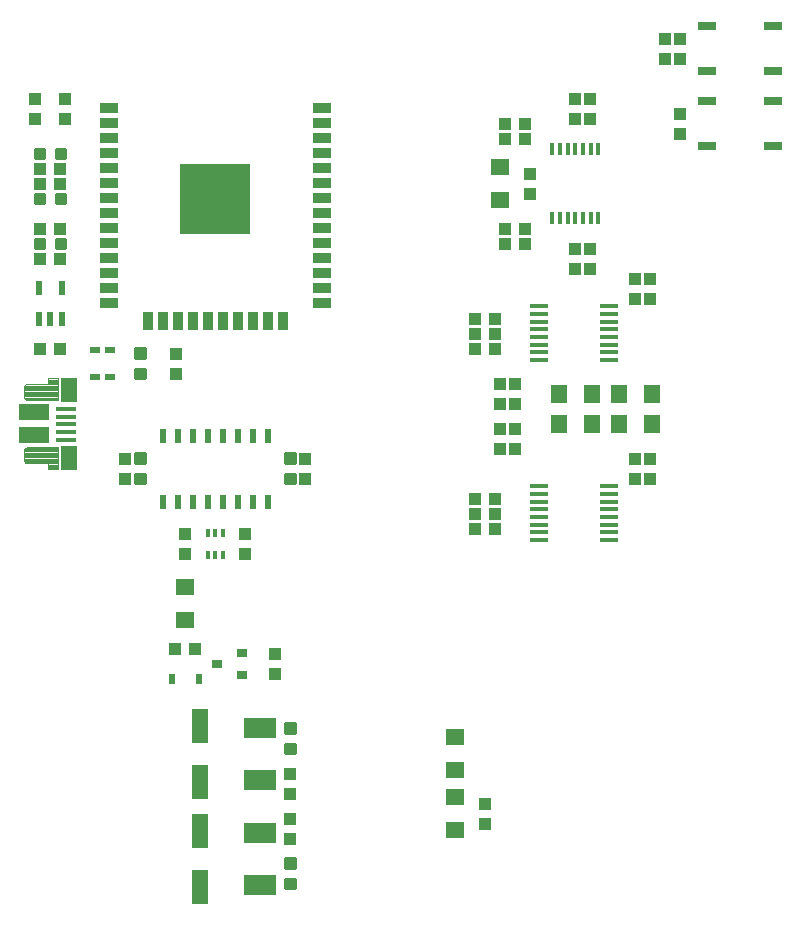
<source format=gtp>
G75*
%MOIN*%
%OFA0B0*%
%FSLAX25Y25*%
%IPPOS*%
%LPD*%
%AMOC8*
5,1,8,0,0,1.08239X$1,22.5*
%
%ADD10R,0.05512X0.11811*%
%ADD11R,0.03937X0.04331*%
%ADD12C,0.01181*%
%ADD13R,0.05748X0.07874*%
%ADD14R,0.09843X0.05610*%
%ADD15C,0.00400*%
%ADD16C,0.00197*%
%ADD17R,0.01181X0.02598*%
%ADD18R,0.06299X0.01575*%
%ADD19R,0.01200X0.03900*%
%ADD20R,0.05906X0.03543*%
%ADD21R,0.03543X0.05906*%
%ADD22R,0.23622X0.23622*%
%ADD23R,0.02362X0.04724*%
%ADD24R,0.10630X0.07087*%
%ADD25R,0.02480X0.03268*%
%ADD26R,0.02165X0.04724*%
%ADD27R,0.04331X0.03937*%
%ADD28R,0.03268X0.02480*%
%ADD29R,0.03543X0.03150*%
%ADD30R,0.05512X0.06299*%
%ADD31R,0.06299X0.05512*%
%ADD32R,0.06000X0.03000*%
D10*
X0093750Y0039301D03*
X0093750Y0058199D03*
X0093750Y0074301D03*
X0093750Y0093199D03*
D11*
X0118750Y0110404D03*
X0118750Y0117096D03*
X0108750Y0150404D03*
X0108750Y0157096D03*
X0088750Y0157096D03*
X0088750Y0150404D03*
X0068750Y0175404D03*
X0068750Y0182096D03*
X0085750Y0210404D03*
X0085750Y0217096D03*
X0128750Y0182096D03*
X0128750Y0175404D03*
X0193750Y0185404D03*
X0198750Y0185404D03*
X0198750Y0192096D03*
X0193750Y0192096D03*
X0193750Y0200404D03*
X0198750Y0200404D03*
X0198750Y0207096D03*
X0193750Y0207096D03*
X0218750Y0245404D03*
X0223750Y0245404D03*
X0223750Y0252096D03*
X0218750Y0252096D03*
X0238750Y0242096D03*
X0243750Y0242096D03*
X0243750Y0235404D03*
X0238750Y0235404D03*
X0203750Y0270404D03*
X0203750Y0277096D03*
X0218750Y0295404D03*
X0223750Y0295404D03*
X0223750Y0302096D03*
X0218750Y0302096D03*
X0248750Y0315404D03*
X0253750Y0315404D03*
X0253750Y0322096D03*
X0248750Y0322096D03*
X0253750Y0297096D03*
X0253750Y0290404D03*
X0243750Y0182096D03*
X0238750Y0182096D03*
X0238750Y0175404D03*
X0243750Y0175404D03*
X0188750Y0067096D03*
X0188750Y0060404D03*
X0123750Y0062096D03*
X0123750Y0055404D03*
X0123750Y0070404D03*
X0123750Y0077096D03*
X0048750Y0295404D03*
X0048750Y0302096D03*
X0038750Y0302096D03*
X0038750Y0295404D03*
D12*
X0041675Y0285128D02*
X0041675Y0282372D01*
X0038919Y0282372D01*
X0038919Y0285128D01*
X0041675Y0285128D01*
X0041675Y0283494D02*
X0038919Y0283494D01*
X0038919Y0284616D02*
X0041675Y0284616D01*
X0048581Y0285128D02*
X0048581Y0282372D01*
X0045825Y0282372D01*
X0045825Y0285128D01*
X0048581Y0285128D01*
X0048581Y0283494D02*
X0045825Y0283494D01*
X0045825Y0284616D02*
X0048581Y0284616D01*
X0048581Y0270128D02*
X0048581Y0267372D01*
X0045825Y0267372D01*
X0045825Y0270128D01*
X0048581Y0270128D01*
X0048581Y0268494D02*
X0045825Y0268494D01*
X0045825Y0269616D02*
X0048581Y0269616D01*
X0041675Y0270128D02*
X0041675Y0267372D01*
X0038919Y0267372D01*
X0038919Y0270128D01*
X0041675Y0270128D01*
X0041675Y0268494D02*
X0038919Y0268494D01*
X0038919Y0269616D02*
X0041675Y0269616D01*
X0038919Y0255128D02*
X0038919Y0252372D01*
X0038919Y0255128D02*
X0041675Y0255128D01*
X0041675Y0252372D01*
X0038919Y0252372D01*
X0038919Y0253494D02*
X0041675Y0253494D01*
X0041675Y0254616D02*
X0038919Y0254616D01*
X0045825Y0255128D02*
X0045825Y0252372D01*
X0045825Y0255128D02*
X0048581Y0255128D01*
X0048581Y0252372D01*
X0045825Y0252372D01*
X0045825Y0253494D02*
X0048581Y0253494D01*
X0048581Y0254616D02*
X0045825Y0254616D01*
X0072372Y0218581D02*
X0075128Y0218581D01*
X0075128Y0215825D01*
X0072372Y0215825D01*
X0072372Y0218581D01*
X0072372Y0216947D02*
X0075128Y0216947D01*
X0075128Y0218069D02*
X0072372Y0218069D01*
X0072372Y0211675D02*
X0075128Y0211675D01*
X0075128Y0208919D01*
X0072372Y0208919D01*
X0072372Y0211675D01*
X0072372Y0210041D02*
X0075128Y0210041D01*
X0075128Y0211163D02*
X0072372Y0211163D01*
X0072372Y0180825D02*
X0075128Y0180825D01*
X0072372Y0180825D02*
X0072372Y0183581D01*
X0075128Y0183581D01*
X0075128Y0180825D01*
X0075128Y0181947D02*
X0072372Y0181947D01*
X0072372Y0183069D02*
X0075128Y0183069D01*
X0075128Y0173919D02*
X0072372Y0173919D01*
X0072372Y0176675D01*
X0075128Y0176675D01*
X0075128Y0173919D01*
X0075128Y0175041D02*
X0072372Y0175041D01*
X0072372Y0176163D02*
X0075128Y0176163D01*
X0122372Y0173919D02*
X0125128Y0173919D01*
X0122372Y0173919D02*
X0122372Y0176675D01*
X0125128Y0176675D01*
X0125128Y0173919D01*
X0125128Y0175041D02*
X0122372Y0175041D01*
X0122372Y0176163D02*
X0125128Y0176163D01*
X0125128Y0180825D02*
X0122372Y0180825D01*
X0122372Y0183581D01*
X0125128Y0183581D01*
X0125128Y0180825D01*
X0125128Y0181947D02*
X0122372Y0181947D01*
X0122372Y0183069D02*
X0125128Y0183069D01*
X0125128Y0093581D02*
X0122372Y0093581D01*
X0125128Y0093581D02*
X0125128Y0090825D01*
X0122372Y0090825D01*
X0122372Y0093581D01*
X0122372Y0091947D02*
X0125128Y0091947D01*
X0125128Y0093069D02*
X0122372Y0093069D01*
X0122372Y0086675D02*
X0125128Y0086675D01*
X0125128Y0083919D01*
X0122372Y0083919D01*
X0122372Y0086675D01*
X0122372Y0085041D02*
X0125128Y0085041D01*
X0125128Y0086163D02*
X0122372Y0086163D01*
X0122372Y0048581D02*
X0125128Y0048581D01*
X0125128Y0045825D01*
X0122372Y0045825D01*
X0122372Y0048581D01*
X0122372Y0046947D02*
X0125128Y0046947D01*
X0125128Y0048069D02*
X0122372Y0048069D01*
X0122372Y0041675D02*
X0125128Y0041675D01*
X0125128Y0038919D01*
X0122372Y0038919D01*
X0122372Y0041675D01*
X0122372Y0040041D02*
X0125128Y0040041D01*
X0125128Y0041163D02*
X0122372Y0041163D01*
D13*
X0049833Y0182333D03*
X0049833Y0205167D03*
D14*
X0038219Y0197539D03*
X0038219Y0189961D03*
D15*
X0036190Y0185944D02*
X0035901Y0185911D01*
X0035626Y0185815D01*
X0035380Y0185660D01*
X0035174Y0185454D01*
X0035019Y0185208D01*
X0034923Y0184933D01*
X0034890Y0184644D01*
X0034890Y0181744D01*
X0034920Y0181477D01*
X0035009Y0181223D01*
X0035152Y0180996D01*
X0035342Y0180805D01*
X0035570Y0180663D01*
X0035823Y0180574D01*
X0036090Y0180544D01*
X0042990Y0180544D01*
X0043028Y0180536D01*
X0043061Y0180514D01*
X0043083Y0180482D01*
X0043090Y0180444D01*
X0043090Y0178544D01*
X0046190Y0178544D01*
X0046190Y0185944D01*
X0036190Y0185944D01*
X0035544Y0185763D02*
X0046190Y0185763D01*
X0046190Y0185365D02*
X0035118Y0185365D01*
X0034934Y0184966D02*
X0046190Y0184966D01*
X0046190Y0184568D02*
X0034890Y0184568D01*
X0034890Y0184169D02*
X0046190Y0184169D01*
X0046190Y0183771D02*
X0034890Y0183771D01*
X0034890Y0183372D02*
X0046190Y0183372D01*
X0046190Y0182974D02*
X0034890Y0182974D01*
X0034890Y0182575D02*
X0046190Y0182575D01*
X0046190Y0182177D02*
X0034890Y0182177D01*
X0034890Y0181778D02*
X0046190Y0181778D01*
X0046190Y0181380D02*
X0034954Y0181380D01*
X0035166Y0180981D02*
X0046190Y0180981D01*
X0046190Y0180583D02*
X0035797Y0180583D01*
X0043090Y0180184D02*
X0046190Y0180184D01*
X0046190Y0179786D02*
X0043090Y0179786D01*
X0043090Y0179387D02*
X0046190Y0179387D01*
X0046190Y0178989D02*
X0043090Y0178989D01*
X0043090Y0178590D02*
X0046190Y0178590D01*
X0046190Y0201607D02*
X0036190Y0201607D01*
X0035901Y0201639D01*
X0035626Y0201736D01*
X0035380Y0201890D01*
X0035174Y0202096D01*
X0035019Y0202343D01*
X0034923Y0202618D01*
X0034890Y0202907D01*
X0034890Y0205807D01*
X0034920Y0206074D01*
X0035009Y0206327D01*
X0035152Y0206555D01*
X0035342Y0206745D01*
X0035570Y0206888D01*
X0035823Y0206977D01*
X0036090Y0207007D01*
X0042990Y0207007D01*
X0043028Y0207014D01*
X0043061Y0207036D01*
X0043083Y0207069D01*
X0043090Y0207107D01*
X0043090Y0209007D01*
X0046190Y0209007D01*
X0046190Y0201607D01*
X0046190Y0201704D02*
X0035717Y0201704D01*
X0035170Y0202102D02*
X0046190Y0202102D01*
X0046190Y0202501D02*
X0034964Y0202501D01*
X0034891Y0202899D02*
X0046190Y0202899D01*
X0046190Y0203298D02*
X0034890Y0203298D01*
X0034890Y0203696D02*
X0046190Y0203696D01*
X0046190Y0204095D02*
X0034890Y0204095D01*
X0034890Y0204493D02*
X0046190Y0204493D01*
X0046190Y0204892D02*
X0034890Y0204892D01*
X0034890Y0205291D02*
X0046190Y0205291D01*
X0046190Y0205689D02*
X0034890Y0205689D01*
X0034925Y0206088D02*
X0046190Y0206088D01*
X0046190Y0206486D02*
X0035109Y0206486D01*
X0035564Y0206885D02*
X0046190Y0206885D01*
X0046190Y0207283D02*
X0043090Y0207283D01*
X0043090Y0207682D02*
X0046190Y0207682D01*
X0046190Y0208080D02*
X0043090Y0208080D01*
X0043090Y0208479D02*
X0046190Y0208479D01*
X0046190Y0208877D02*
X0043090Y0208877D01*
D16*
X0045577Y0199360D02*
X0051975Y0199360D01*
X0051975Y0198376D01*
X0045577Y0198376D01*
X0045577Y0199360D01*
X0045577Y0199301D02*
X0051975Y0199301D01*
X0051975Y0199105D02*
X0045577Y0199105D01*
X0045577Y0198910D02*
X0051975Y0198910D01*
X0051975Y0198715D02*
X0045577Y0198715D01*
X0045577Y0198519D02*
X0051975Y0198519D01*
X0051975Y0196801D02*
X0045577Y0196801D01*
X0045577Y0195817D01*
X0051975Y0195817D01*
X0051975Y0196801D01*
X0051975Y0196761D02*
X0045577Y0196761D01*
X0045577Y0196566D02*
X0051975Y0196566D01*
X0051975Y0196370D02*
X0045577Y0196370D01*
X0045577Y0196175D02*
X0051975Y0196175D01*
X0051975Y0195980D02*
X0045577Y0195980D01*
X0045577Y0194242D02*
X0051975Y0194242D01*
X0051975Y0193258D01*
X0045577Y0193258D01*
X0045577Y0194242D01*
X0045577Y0194221D02*
X0051975Y0194221D01*
X0051975Y0194026D02*
X0045577Y0194026D01*
X0045577Y0193831D02*
X0051975Y0193831D01*
X0051975Y0193635D02*
X0045577Y0193635D01*
X0045577Y0193440D02*
X0051975Y0193440D01*
X0051975Y0191683D02*
X0045577Y0191683D01*
X0045577Y0190699D01*
X0051975Y0190699D01*
X0051975Y0191683D01*
X0051975Y0191682D02*
X0045577Y0191682D01*
X0045577Y0191486D02*
X0051975Y0191486D01*
X0051975Y0191291D02*
X0045577Y0191291D01*
X0045577Y0191096D02*
X0051975Y0191096D01*
X0051975Y0190900D02*
X0045577Y0190900D01*
X0045577Y0190705D02*
X0051975Y0190705D01*
X0051975Y0189124D02*
X0045577Y0189124D01*
X0045577Y0188140D01*
X0051975Y0188140D01*
X0051975Y0189124D01*
X0051975Y0188947D02*
X0045577Y0188947D01*
X0045577Y0188751D02*
X0051975Y0188751D01*
X0051975Y0188556D02*
X0045577Y0188556D01*
X0045577Y0188361D02*
X0051975Y0188361D01*
X0051975Y0188165D02*
X0045577Y0188165D01*
D17*
X0096191Y0157372D03*
X0098750Y0157372D03*
X0101309Y0157372D03*
X0101309Y0150128D03*
X0098750Y0150128D03*
X0096191Y0150128D03*
D18*
X0206742Y0154990D03*
X0206742Y0157549D03*
X0206742Y0160108D03*
X0206742Y0162667D03*
X0206742Y0165226D03*
X0206742Y0167785D03*
X0206742Y0170344D03*
X0206742Y0172904D03*
X0229970Y0172904D03*
X0229970Y0170344D03*
X0229970Y0167785D03*
X0229970Y0165226D03*
X0229970Y0162667D03*
X0229970Y0160108D03*
X0229970Y0157549D03*
X0229970Y0154990D03*
X0229970Y0214990D03*
X0229970Y0217549D03*
X0229970Y0220108D03*
X0229970Y0222667D03*
X0229970Y0225226D03*
X0229970Y0227785D03*
X0229970Y0230344D03*
X0229970Y0232904D03*
X0206742Y0232904D03*
X0206742Y0230344D03*
X0206742Y0227785D03*
X0206742Y0225226D03*
X0206742Y0222667D03*
X0206742Y0220108D03*
X0206742Y0217549D03*
X0206742Y0214990D03*
D19*
X0211073Y0262263D03*
X0213632Y0262263D03*
X0216191Y0262263D03*
X0218750Y0262263D03*
X0221309Y0262263D03*
X0223868Y0262263D03*
X0226427Y0262263D03*
X0226427Y0285237D03*
X0223868Y0285237D03*
X0221309Y0285237D03*
X0218750Y0285237D03*
X0216191Y0285237D03*
X0213632Y0285237D03*
X0211073Y0285237D03*
D20*
X0134183Y0284065D03*
X0134183Y0289065D03*
X0134183Y0294065D03*
X0134183Y0299065D03*
X0134183Y0279065D03*
X0134183Y0274065D03*
X0134183Y0269065D03*
X0134183Y0264065D03*
X0134183Y0259065D03*
X0134183Y0254065D03*
X0134183Y0249065D03*
X0134183Y0244065D03*
X0134183Y0239065D03*
X0134183Y0234065D03*
X0063317Y0234065D03*
X0063317Y0239065D03*
X0063317Y0244065D03*
X0063317Y0249065D03*
X0063317Y0254065D03*
X0063317Y0259065D03*
X0063317Y0264065D03*
X0063317Y0269065D03*
X0063317Y0274065D03*
X0063317Y0279065D03*
X0063317Y0284065D03*
X0063317Y0289065D03*
X0063317Y0294065D03*
X0063317Y0299065D03*
D21*
X0076250Y0228199D03*
X0081250Y0228199D03*
X0086250Y0228199D03*
X0091250Y0228199D03*
X0096250Y0228199D03*
X0101250Y0228199D03*
X0106250Y0228199D03*
X0111250Y0228199D03*
X0116250Y0228199D03*
X0121250Y0228199D03*
D22*
X0098750Y0268750D03*
D23*
X0096250Y0189774D03*
X0091250Y0189774D03*
X0086250Y0189774D03*
X0081250Y0189774D03*
X0101250Y0189774D03*
X0106250Y0189774D03*
X0111250Y0189774D03*
X0116250Y0189774D03*
X0116250Y0167726D03*
X0111250Y0167726D03*
X0106250Y0167726D03*
X0101250Y0167726D03*
X0096250Y0167726D03*
X0091250Y0167726D03*
X0086250Y0167726D03*
X0081250Y0167726D03*
D24*
X0113750Y0092411D03*
X0113750Y0075089D03*
X0113750Y0057411D03*
X0113750Y0040089D03*
D25*
X0093278Y0108750D03*
X0084222Y0108750D03*
D26*
X0047490Y0228631D03*
X0043750Y0228631D03*
X0040010Y0228631D03*
X0040010Y0238869D03*
X0047490Y0238869D03*
D27*
X0047096Y0248750D03*
X0040404Y0248750D03*
X0040404Y0258750D03*
X0047096Y0258750D03*
X0047096Y0273750D03*
X0047096Y0278750D03*
X0040404Y0278750D03*
X0040404Y0273750D03*
X0040404Y0218750D03*
X0047096Y0218750D03*
X0085404Y0118750D03*
X0092096Y0118750D03*
X0185404Y0158750D03*
X0185404Y0163750D03*
X0185404Y0168750D03*
X0192096Y0168750D03*
X0192096Y0163750D03*
X0192096Y0158750D03*
X0192096Y0218750D03*
X0192096Y0223750D03*
X0192096Y0228750D03*
X0185404Y0228750D03*
X0185404Y0223750D03*
X0185404Y0218750D03*
X0195404Y0253750D03*
X0195404Y0258750D03*
X0202096Y0258750D03*
X0202096Y0253750D03*
X0202096Y0288750D03*
X0202096Y0293750D03*
X0195404Y0293750D03*
X0195404Y0288750D03*
D28*
X0063750Y0218278D03*
X0058750Y0218278D03*
X0058750Y0209222D03*
X0063750Y0209222D03*
D29*
X0107687Y0117490D03*
X0107687Y0110010D03*
X0099419Y0113750D03*
D30*
X0213238Y0193750D03*
X0213238Y0203750D03*
X0224262Y0203750D03*
X0233238Y0203750D03*
X0233238Y0193750D03*
X0224262Y0193750D03*
X0244262Y0193750D03*
X0244262Y0203750D03*
D31*
X0193750Y0268238D03*
X0193750Y0279262D03*
X0088750Y0139262D03*
X0088750Y0128238D03*
X0178750Y0089262D03*
X0178750Y0078238D03*
X0178750Y0069262D03*
X0178750Y0058238D03*
D32*
X0262750Y0286250D03*
X0262750Y0301250D03*
X0262750Y0311250D03*
X0262750Y0326250D03*
X0284750Y0326250D03*
X0284750Y0311250D03*
X0284750Y0301250D03*
X0284750Y0286250D03*
M02*

</source>
